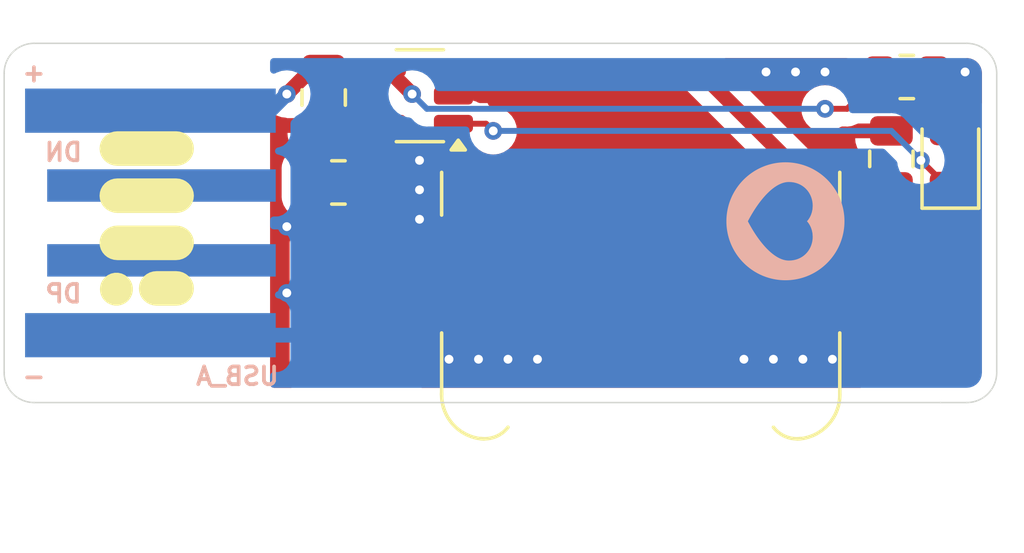
<source format=kicad_pcb>
(kicad_pcb (version 20221018) (generator pcbnew)
  (layers (0 "F.Cu" signal) (31 "B.Cu" signal) (34 "B.Paste" user) (35 "F.Paste" user) (36 "B.SilkS" user "B.Silkscreen") (37 "F.SilkS" user "F.Silkscreen") (38 "B.Mask" user) (39 "F.Mask" user) (44 "Edge.Cuts" user))
  (net 0 "")
  (net 1 "Net-(BT1-+)")
  (net 2 "GNDD")
  (net 3 "Net-(J1-VBUS)")
  (net 4 "Net-(D1-K)")
  (net 5 "Net-(D1-A)")
  (net 8 "Net-(U1-PROG)")
  (footprint "Resistor_SMD:R_0805_2012Metric" (layer "F.Cu") (at 152.273 98.171)
    (fp_text reference "R1" hide)
    (fp_text value "330")
    (fp_line (start -0.227064 -0.735) (end 0.227064 -0.735) (stroke (width 0.12)) (layer "F.SilkS"))
    (fp_line (start -0.227064 0.735) (end 0.227064 0.735) (stroke (width 0.12)) (layer "F.SilkS"))
    (pad "1" smd roundrect (at -0.9125 0) (size 1.025 1.4) (layers "F.Cu" "F.Paste" "F.Mask") (roundrect_rratio 0.243902) (net 3 "Net-(J1-VBUS)"))
    (pad "2" smd roundrect (at 0.9125 0) (size 1.025 1.4) (layers "F.Cu" "F.Paste" "F.Mask") (roundrect_rratio 0.243902) (net 5 "Net-(D1-A)"))
  )
  (footprint "Resistor_SMD:R_0805_2012Metric" (layer "F.Cu") (at 133 101.75 180)
    (fp_text reference "R2" hide)
    (fp_text value "67")
    (fp_line (start -0.227064 -0.735) (end 0.227064 -0.735) (stroke (width 0.12)) (layer "F.SilkS"))
    (fp_line (start -0.227064 0.735) (end 0.227064 0.735) (stroke (width 0.12)) (layer "F.SilkS"))
    (pad "1" smd roundrect (at -0.9125 0 180) (size 1.025 1.4) (layers "F.Cu" "F.Paste" "F.Mask") (roundrect_rratio 0.243902) (net 2 "GNDD"))
    (pad "2" smd roundrect (at 0.9125 0 180) (size 1.025 1.4) (layers "F.Cu" "F.Paste" "F.Mask") (roundrect_rratio 0.243902) (net 8 "Net-(U1-PROG)"))
  )
  (footprint "Capacitor_SMD:C_0805_2012Metric" (layer "F.Cu") (at 132.5 98.867 -90)
    (fp_text reference "C1" hide)
    (fp_text value "C")
    (fp_line (start -0.261252 -0.735) (end 0.261252 -0.735) (stroke (width 0.12)) (layer "F.SilkS"))
    (fp_line (start -0.261252 0.735) (end 0.261252 0.735) (stroke (width 0.12)) (layer "F.SilkS"))
    (pad "1" smd roundrect (at -0.95 0 270) (size 1 1.45) (layers "F.Cu" "F.Paste" "F.Mask") (net 3 "Net-(J1-VBUS)"))
    (pad "2" smd roundrect (at 0.95 0 270) (size 1 1.45) (layers "F.Cu" "F.Paste" "F.Mask") (net 2 "GNDD"))
  )
  (footprint "MY:im_kicad._3mm" (layer "F.Cu") (at 126.5 103 90)
    (fp_text reference "im" hide)
    (fp_text value "G***" hide)
    (fp_poly (pts (xy -2.3727 -1.587064) (xy -2.47979 -1.576915) (xy -2.583664 -1.546395) (xy -2.681106 -1.495401) (xy -2.768901 -1.423826) (xy -2.849129 -1.322397) (xy -2.902614 -1.209106) (xy -2.929357 -1.088716) (xy -2.929357 -0.965988) (xy -2.902614 -0.845685) (xy -2.849129 -0.732571) (xy -2.768901 -0.631407) (xy -2.667701 -0.550913) (xy -2.5545 -0.497251) (xy -2.4341 -0.47042) (xy -2.311299 -0.47042) (xy -2.190899 -0.497251) (xy -2.077699 -0.550913) (xy -1.976499 -0.631407) (xy -1.896271 -0.732571) (xy -1.842785 -0.845685) (xy -1.816043 -0.965988) (xy -1.816043 -1.088716) (xy -1.842785 -1.209106) (xy -1.896271 -1.322397) (xy -1.976499 -1.423826) (xy -2.064294 -1.495401) (xy -2.161735 -1.546395) (xy -2.265609 -1.576915) (xy -2.3727 -1.587064)) (fill solid) (layer "F.SilkS"))
    (fp_poly (pts (xy -2.9327 0.337256) (xy -2.9327 0.996076) (xy -2.920792 1.117655) (xy -2.886634 1.230955) (xy -2.832576 1.333532) (xy -2.760967 1.422941) (xy -2.674159 1.496737) (xy -2.574501 1.552476) (xy -2.464342 1.587711) (xy -2.346033 1.6) (xy -2.227724 1.587711) (xy -2.117565 1.552476) (xy -2.017907 1.496737) (xy -1.931099 1.422941) (xy -1.859491 1.333532) (xy -1.805433 1.230955) (xy -1.771275 1.117655) (xy -1.759366 0.996076) (xy -1.759366 0.337256) (xy -1.771275 0.215677) (xy -1.805433 0.102377) (xy -1.859491 -0.0002) (xy -1.931099 -0.089609) (xy -2.017907 -0.163405) (xy -2.117565 -0.219143) (xy -2.227724 -0.254379) (xy -2.346033 -0.266667) (xy -2.464342 -0.254379) (xy -2.574501 -0.219143) (xy -2.674159 -0.163405) (xy -2.760967 -0.089609) (xy -2.832576 -0.0002) (xy -2.886634 0.102377) (xy -2.920792 0.215677) (xy -2.9327 0.337256)) (fill solid) (layer "F.SilkS"))
    (fp_poly (pts (xy -1.386033 -0.993699) (xy -1.386033 0.993696) (xy -1.374102 1.115871) (xy -1.339891 1.229673) (xy -1.285776 1.332661) (xy -1.214131 1.422396) (xy -1.127329 1.496438) (xy -1.027747 1.552346) (xy -0.917759 1.58768) (xy -0.799738 1.6) (xy -0.681473 1.58768) (xy -0.5713 1.552346) (xy -0.471585 1.496438) (xy -0.384696 1.422396) (xy -0.312997 1.332661) (xy -0.258854 1.229673) (xy -0.224633 1.115871) (xy -0.2127 0.993696) (xy -0.2127 -0.993699) (xy -0.224633 -1.115872) (xy -0.258854 -1.229673) (xy -0.312997 -1.332661) (xy -0.384696 -1.422396) (xy -0.471585 -1.496437) (xy -0.5713 -1.552345) (xy -0.681473 -1.58768) (xy -0.799738 -1.6) (xy -0.917759 -1.58768) (xy -1.027747 -1.552345) (xy -1.127329 -1.496437) (xy -1.214131 -1.422396) (xy -1.285776 -1.332661) (xy -1.339891 -1.229673) (xy -1.374102 -1.115872) (xy -1.386033 -0.993699)) (fill solid) (layer "F.SilkS"))
    (fp_poly (pts (xy 0.213967 -0.993699) (xy 0.213967 0.993696) (xy 0.225898 1.115871) (xy 0.260108 1.229673) (xy 0.314224 1.332661) (xy 0.385869 1.422396) (xy 0.47267 1.496438) (xy 0.572252 1.552346) (xy 0.68224 1.58768) (xy 0.800261 1.6) (xy 0.918527 1.58768) (xy 1.0287 1.552346) (xy 1.128414 1.496438) (xy 1.215304 1.422396) (xy 1.287003 1.332661) (xy 1.341146 1.229673) (xy 1.375367 1.115871) (xy 1.3873 0.993696) (xy 1.3873 -0.993699) (xy 1.375367 -1.115872) (xy 1.341146 -1.229673) (xy 1.287003 -1.332661) (xy 1.215304 -1.422396) (xy 1.128414 -1.496437) (xy 1.0287 -1.552345) (xy 0.918527 -1.58768) (xy 0.800261 -1.6) (xy 0.68224 -1.58768) (xy 0.572252 -1.552345) (xy 0.47267 -1.496437) (xy 0.385869 -1.422396) (xy 0.314224 -1.332661) (xy 0.260108 -1.229673) (xy 0.225898 -1.115872) (xy 0.213967 -0.993699)) (fill solid) (layer "F.SilkS"))
    (fp_poly (pts (xy 1.813967 -0.993699) (xy 1.813967 0.993696) (xy 1.825898 1.115871) (xy 1.860109 1.229673) (xy 1.914224 1.332661) (xy 1.985869 1.422396) (xy 2.07267 1.496438) (xy 2.172252 1.552346) (xy 2.282241 1.58768) (xy 2.400261 1.6) (xy 2.518527 1.58768) (xy 2.6287 1.552346) (xy 2.728414 1.496438) (xy 2.815304 1.422396) (xy 2.887003 1.332661) (xy 2.941146 1.229673) (xy 2.975367 1.115871) (xy 2.9873 0.993696) (xy 2.9873 -0.993699) (xy 2.975367 -1.115872) (xy 2.941146 -1.229673) (xy 2.887003 -1.332661) (xy 2.815304 -1.422396) (xy 2.728414 -1.496437) (xy 2.6287 -1.552345) (xy 2.518527 -1.58768) (xy 2.400261 -1.6) (xy 2.282241 -1.58768) (xy 2.172252 -1.552345) (xy 2.07267 -1.496437) (xy 1.985869 -1.422396) (xy 1.914224 -1.332661) (xy 1.860109 -1.229673) (xy 1.825898 -1.115872) (xy 1.813967 -0.993699)) (fill solid) (layer "F.SilkS"))
  )
  (footprint "Package_TO_SOT_SMD:SOT-23-5" (layer "F.Cu") (at 135.763 98.806 180)
    (fp_text reference "U1" hide)
    (fp_text value "MCP73831-2-OT")
    (fp_line (start 0 -1.56) (end -0.8 -1.56) (stroke (width 0.12)) (layer "F.SilkS"))
    (fp_line (start 0 -1.56) (end 0.8 -1.56) (stroke (width 0.12)) (layer "F.SilkS"))
    (fp_line (start 0 1.56) (end -0.8 1.56) (stroke (width 0.12)) (layer "F.SilkS"))
    (fp_line (start 0 1.56) (end 0.8 1.56) (stroke (width 0.12)) (layer "F.SilkS"))
    (fp_poly (pts (xy -1.3 -1.51) (xy -1.54 -1.84) (xy -1.06 -1.84) (xy -1.3 -1.51)) (stroke (width 0.12)) (fill solid) (layer "F.SilkS"))
    (pad "1" smd roundrect (at -1.1375 -0.95 180) (size 1.325 0.6) (layers "F.Cu" "F.Paste" "F.Mask") (net 4 "Net-(D1-K)"))
    (pad "2" smd roundrect (at -1.1375 0 180) (size 1.325 0.6) (layers "F.Cu" "F.Paste" "F.Mask") (net 2 "GNDD"))
    (pad "3" smd roundrect (at -1.1375 0.95 180) (size 1.325 0.6) (layers "F.Cu" "F.Paste" "F.Mask") (net 1 "Net-(BT1-+)"))
    (pad "4" smd roundrect (at 1.1375 0.95 180) (size 1.325 0.6) (layers "F.Cu" "F.Paste" "F.Mask") (net 3 "Net-(J1-VBUS)"))
    (pad "5" smd roundrect (at 1.1375 -0.95 180) (size 1.325 0.6) (layers "F.Cu" "F.Paste" "F.Mask") (net 8 "Net-(U1-PROG)"))
  )
  (footprint "Capacitor_SMD:C_0805_2012Metric" (layer "F.Cu") (at 151.75 100.95 90)
    (fp_text reference "C2" hide)
    (fp_text value "C")
    (fp_line (start -0.261252 -0.735) (end 0.261252 -0.735) (stroke (width 0.12)) (layer "F.SilkS"))
    (fp_line (start -0.261252 0.735) (end 0.261252 0.735) (stroke (width 0.12)) (layer "F.SilkS"))
    (pad "1" smd roundrect (at -0.95 0 90) (size 1 1.45) (layers "F.Cu" "F.Paste" "F.Mask") (net 1 "Net-(BT1-+)"))
    (pad "2" smd roundrect (at 0.95 0 90) (size 1 1.45) (layers "F.Cu" "F.Paste" "F.Mask") (net 2 "GNDD"))
  )
  (footprint "LED_SMD:LED_0805_2012Metric" (layer "F.Cu") (at 153.75 100.9375 90)
    (fp_text reference "D1" hide)
    (fp_text value "LED")
    (fp_line (start -1.685 -0.96) (end -1.685 0.96) (stroke (width 0.12)) (layer "F.SilkS"))
    (fp_line (start -1.685 0.96) (end 1 0.96) (stroke (width 0.12)) (layer "F.SilkS"))
    (fp_line (start 1 -0.96) (end -1.685 -0.96) (stroke (width 0.12)) (layer "F.SilkS"))
    (pad "1" smd roundrect (at -0.9375 0 90) (size 0.975 1.4) (layers "F.Cu" "F.Paste" "F.Mask") (net 4 "Net-(D1-K)"))
    (pad "2" smd roundrect (at 0.9375 0 90) (size 0.975 1.4) (layers "F.Cu" "F.Paste" "F.Mask") (net 5 "Net-(D1-A)"))
  )
  (footprint "MY:BatteryHolder_1x16mm" (layer "F.Cu") (at 143.25 106)
    (fp_text reference "BT1" hide)
    (fp_text value "Battery_Cell")
    (fp_line (start -6.75 -3.143) (end -6.75 -4.593) (stroke (width 0.12)) (layer "F.SilkS"))
    (fp_line (start -6.75 0.857) (end -6.75 2.957) (stroke (width 0.12)) (layer "F.SilkS"))
    (fp_line (start 6.75 -4.593) (end 6.75 -3.143) (stroke (width 0.12)) (layer "F.SilkS"))
    (fp_line (start 6.75 0.857) (end 6.75 2.957) (stroke (width 0.12)) (layer "F.SilkS"))
    (fp_arc (start -5.3 4.457) (mid -6.346016 3.982305) (end -6.75 2.907) (stroke (width 0.12)) (layer "F.SilkS"))
    (fp_arc (start -4.5 4.057) (mid -4.90584 4.371615) (end -5.414615 4.44116) (stroke (width 0.12)) (layer "F.SilkS"))
    (fp_arc (start 5.414615 4.44116) (mid 4.90584 4.371615) (end 4.5 4.057) (stroke (width 0.12)) (layer "F.SilkS"))
    (fp_arc (start 6.75 2.907) (mid 6.346016 3.982305) (end 5.3 4.457) (stroke (width 0.12)) (layer "F.SilkS"))
    (pad "1" smd rect (at -9.638 0) (size 3.528 4.318) (layers "F.Cu" "F.Paste" "F.Mask") (net 1 "Net-(BT1-+)"))
    (pad "1" smd rect (at 9.652 0) (size 3.5 4.318) (layers "F.Cu" "F.Paste" "F.Mask") (net 1 "Net-(BT1-+)"))
    (pad "2" smd circle (at 0 -1.143) (size 6.025316 6.025316) (layers "F.Cu" "F.Mask") (net 2 "GNDD"))
  )
  (footprint "MY:heart_2.5_inverted" (layer "B.Cu") (at 148.1 103.1 90)
    (fp_text reference "svg2mod" hide)
    (fp_text value "G***" hide)
    (fp_poly (pts (xy -0.492934 0.982346) (xy 0.032374 2.05942) (xy -0.05119 2.05771) (xy -0.133881 2.05262) (xy -0.215635 2.044217) (xy -0.296382 2.032567) (xy -0.376057 2.017737) (xy -0.454592 1.999795) (xy -0.531921 1.978807) (xy -0.607977 1.95484) (xy -0.682692 1.927961) (xy -0.756 1.898237) (xy -0.827835 1.865735) (xy -0.898129 1.830521) (xy -0.966814 1.792663) (xy -1.033826 1.752227) (xy -1.099096 1.70928) (xy -1.162557 1.66389) (xy -1.224143 1.616123) (xy -1.283787 1.566046) (xy -1.341422 1.513725) (xy -1.396981 1.459229) (xy -1.450397 1.402623) (xy -1.502993 1.342318) (xy -1.553182 1.279928) (xy -1.600892 1.215526) (xy -1.64605 1.149184) (xy -1.688583 1.080975) (xy -1.728419 1.010972) (xy -1.765485 0.939247) (xy -1.799709 0.865873) (xy -1.831018 0.790923) (xy -1.859339 0.714468) (xy -1.8846 0.636583) (xy -1.906728 0.557338) (xy -1.925651 0.476808) (xy -1.941295 0.395064) (xy -1.953589 0.312179) (xy -1.962459 0.228227) (xy -1.967834 0.143278) (xy -1.96964 0.057406) (xy -1.967865 -0.027725) (xy -1.962582 -0.11195) (xy -1.953863 -0.195198) (xy -1.941777 -0.277399) (xy -1.926397 -0.35848) (xy -1.907791 -0.438372) (xy -1.886031 -0.517004) (xy -1.861189 -0.594305) (xy -1.833334 -0.670204) (xy -1.802537 -0.744631) (xy -1.768869 -0.817514) (xy -1.732401 -0.888784) (xy -1.693204 -0.958369) (xy -1.651348 -1.026199) (xy -1.606904 -1.092203) (xy -1.559943 -1.156309) (xy -1.510535 -1.218448) (xy -1.458752 -1.278549) (xy -1.404663 -1.336541) (xy -1.348341 -1.392352) (xy -1.29058 -1.445275) (xy -1.230776 -1.495933) (xy -1.168998 -1.544259) (xy -1.105313 -1.590184) (xy -1.03979 -1.63364) (xy -0.972496 -1.674559) (xy -0.903501 -1.712873) (xy -0.832872 -1.748513) (xy -0.760677 -1.781412) (xy -0.686985 -1.811501) (xy -0.611864 -1.838712) (xy -0.535381 -1.862976) (xy -0.457606 -1.884227) (xy -0.378607 -1.902394) (xy -0.29845 -1.917411) (xy -0.217206 -1.929209) (xy -0.134942 -1.93772) (xy -0.051726 -1.942875) (xy 0.032374 -1.944607) (xy 0.116351 -1.942881) (xy 0.199447 -1.93774) (xy 0.281594 -1.929254) (xy 0.362725 -1.91749) (xy 0.442771 -1.902516) (xy 0.521664 -1.8844) (xy 0.599337 -1.86321) (xy 0.675721 -1.839014) (xy 0.75075 -1.811879) (xy 0.824354 -1.781874) (xy 0.896466 -1.749066) (xy 0.967018 -1.713524) (xy 1.035943 -1.675315) (xy 1.103172 -1.634507) (xy 1.168637 -1.591168) (xy 1.232271 -1.545366) (xy 1.294006 -1.497168) (xy 1.353774 -1.446643) (xy 1.411506 -1.393859) (xy 1.467135 -1.338884) (xy 1.520594 -1.281784) (xy 1.57266 -1.221611) (xy 1.622339 -1.159384) (xy 1.669561 -1.095174) (xy 1.714254 -1.029052) (xy 1.756345 -0.961089) (xy 1.795765 -0.891358) (xy 1.832441 -0.819929) (xy 1.866302 -0.746874) (xy 1.897277 -0.672264) (xy 1.925294 -0.596171) (xy 1.950282 -0.518666) (xy 1.97217 -0.439821) (xy 1.990886 -0.359706) (xy 2.006358 -0.278393) (xy 2.018516 -0.195955) (xy 2.027288 -0.112461) (xy 2.032603 -0.027983) (xy 2.034388 0.057406) (xy 2.032692 0.140648) (xy 2.027641 0.223024) (xy 2.019301 0.304469) (xy 2.00774 0.384917) (xy 1.993023 0.464302) (xy 1.975216 0.542558) (xy 1.954385 0.619618) (xy 1.930596 0.695416) (xy 1.903916 0.769887) (xy 1.874411 0.842963) (xy 1.842146 0.91458) (xy 1.807188 0.984671) (xy 1.769603 1.05317) (xy 1.729457 1.12001) (xy 1.686816 1.185126) (xy 1.641746 1.248451) (xy 1.594314 1.30992) (xy 1.544585 1.369466) (xy 1.492626 1.427023) (xy 1.438503 1.482526) (xy 1.38031 1.537704) (xy 1.319947 1.590541) (xy 1.257484 1.640961) (xy 1.192996 1.688892) (xy 1.126556 1.734261) (xy 1.058236 1.776995) (xy 0.988111 1.81702) (xy 0.916252 1.854264) (xy 0.842734 1.888652) (xy 0.76763 1.920113) (xy 0.691012 1.948572) (xy 0.612955 1.973957) (xy 0.53353 1.996194) (xy 0.452812 2.01521) (xy 0.370873 2.030933) (xy 0.287786 2.043288) (xy 0.203626 2.052204) (xy 0.118464 2.057605) (xy 0.032374 2.05942) (xy -0.492934 0.982346) (xy -0.373102 0.973938) (xy -0.267941 0.95177) (xy -0.177855 0.920431) (xy -0.103246 0.884505) (xy -0.044516 0.848579) (xy -0.002067 0.817239) (xy 0.023697 0.795072) (xy 0.032374 0.786664) (xy 0.041028 0.795072) (xy 0.06673 0.817239) (xy 0.10909 0.848579) (xy 0.167719 0.884505) (xy 0.242227 0.920431) (xy 0.332225 0.95177) (xy 0.437323 0.973938) (xy 0.557131 0.982346) (xy 0.632528 0.979033) (xy 0.706421 0.969325) (xy 0.778416 0.953393) (xy 0.848117 0.931407) (xy 0.915129 0.90354) (xy 0.979058 0.869962) (xy 1.039508 0.830844) (xy 1.096084 0.786357) (xy 1.148391 0.736673) (xy 1.196035 0.681962) (xy 1.238619 0.622396) (xy 1.275749 0.558145) (xy 1.307031 0.48938) (xy 1.332068 0.416274) (xy 1.350466 0.338996) (xy 1.361829 0.257718) (xy 1.365764 0.17261) (xy 1.362681 0.111222) (xy 1.353477 0.049724) (xy 1.338405 -0.011805) (xy 1.317717 -0.073288) (xy 1.291665 -0.134648) (xy 1.260501 -0.195806) (xy 1.224476 -0.256686) (xy 1.183844 -0.317209) (xy 1.138857 -0.377299) (xy 1.089765 -0.436877) (xy 1.036822 -0.495867) (xy 0.98028 -0.554189) (xy 0.92039 -0.611768) (xy 0.857405 -0.668526) (xy 0.791576 -0.724384) (xy 0.723157 -0.779265) (xy 0.652398 -0.833093) (xy 0.579553 -0.885788) (xy 0.504872 -0.937274) (xy 0.428609 -0.987474) (xy 0.351015 -1.036309) (xy 0.272343 -1.083701) (xy 0.192844 -1.129575) (xy 0.11277 -1.173851) (xy 0.032374 -1.216452) (xy -0.048021 -1.173851) (xy -0.128095 -1.129575) (xy -0.207594 -1.083701) (xy -0.286267 -1.036309) (xy -0.363861 -0.987474) (xy -0.440125 -0.937274) (xy -0.514806 -0.885788) (xy -0.587652 -0.833093) (xy -0.658411 -0.779265) (xy -0.726831 -0.724384) (xy -0.792659 -0.668526) (xy -0.855645 -0.611768) (xy -0.915535 -0.554189) (xy -0.972078 -0.495867) (xy -1.025021 -0.436877) (xy -1.074113 -0.377299) (xy -1.1191 -0.317209) (xy -1.159732 -0.256686) (xy -1.195756 -0.195806) (xy -1.22692 -0.134648) (xy -1.252972 -0.073288) (xy -1.27366 -0.011805) (xy -1.288731 0.049724) (xy -1.297933 0.111222) (xy -1.301015 0.17261) (xy -1.297086 0.257718) (xy -1.285738 0.338996) (xy -1.267365 0.416274) (xy -1.242359 0.48938) (xy -1.211116 0.558145) (xy -1.174028 0.622395) (xy -1.131489 0.681962) (xy -1.083894 0.736673) (xy -1.031635 0.786357) (xy -0.975107 0.830844) (xy -0.914703 0.869962) (xy -0.850817 0.90354) (xy -0.783842 0.931407) (xy -0.714173 0.953392) (xy -0.642203 0.969325) (xy -0.568325 0.979033) (xy -0.492934 0.982346)) (fill solid) (layer "B.SilkS"))
  )
  (footprint "MY:USB_A_SMT_MALE_PCB" (layer "B.Cu") (at 121.775 103.124)
    (fp_text reference "J1" hide)
    (fp_text value "USB_A" (at 7.8 5.2) (layer "B.SilkS") (effects (font (size 0.6 0.6) (thickness 0.127)) (justify mirror)))
    (fp_text user "DN" (at 1.9 -2.4) (layer "B.SilkS") (effects (font (size 0.6 0.6) (thickness 0.127)) (justify mirror)))
    (fp_text user "DP" (at 1.9 2.4) (layer "B.SilkS") (effects (font (size 0.6 0.6) (thickness 0.127)) (justify mirror)))
    (fp_text user "+" (at 0.9 -5.1) (layer "B.SilkS") (effects (font (size 0.6 0.6) (thickness 0.127)) (justify mirror)))
    (fp_text user "-" (at 0.9 5.2) (layer "B.SilkS") (effects (font (size 0.6 0.6) (thickness 0.127)) (justify mirror)))
    (pad "1" smd rect (at 4.85 -3.81) (size 8.5 1.5) (layers "B.Cu" "B.Mask") (net 3 "Net-(J1-VBUS)"))
    (pad "2" smd rect (at 5.225 -1.27) (size 7.75 1.1) (layers "B.Cu" "B.Mask"))
    (pad "3" smd rect (at 5.225 1.27) (size 7.75 1.1) (layers "B.Cu" "B.Mask"))
    (pad "4" smd rect (at 4.85 3.81) (size 8.5 1.5) (layers "B.Cu" "B.Mask") (net 2 "GNDD"))
  )
  (gr_line (start 122.682 97.028) (end 154.305 97.028) (stroke (width 0.05)) (layer "Edge.Cuts"))
  (gr_line (start 155.321 107.569) (end 155.321 108.204) (stroke (width 0.05)) (layer "Edge.Cuts"))
  (gr_line (start 153.416 109.22) (end 154.305 109.22) (stroke (width 0.05)) (layer "Edge.Cuts"))
  (gr_arc (start 155.321 108.204) (mid 155.02342 108.92242) (end 154.305 109.22) (stroke (width 0.05)) (layer "Edge.Cuts"))
  (gr_arc (start 121.666 98.044) (mid 121.96358 97.32558) (end 122.682 97.028) (stroke (width 0.05)) (layer "Edge.Cuts"))
  (gr_arc (start 122.682 109.22) (mid 121.96358 108.92242) (end 121.666 108.204) (stroke (width 0.05)) (layer "Edge.Cuts"))
  (gr_line (start 155.321 98.044) (end 155.321 107.569) (stroke (width 0.05)) (layer "Edge.Cuts"))
  (gr_arc (start 154.305 97.028) (mid 155.02342 97.32558) (end 155.321 98.044) (stroke (width 0.05)) (layer "Edge.Cuts"))
  (gr_line (start 121.666 108.204) (end 121.666 98.044) (stroke (width 0.05)) (layer "Edge.Cuts"))
  (gr_line (start 122.682 109.22) (end 153.416 109.22) (stroke (width 0.05)) (layer "Edge.Cuts"))
  (segment (start 153.67 107.4185) (end 153.8205 107.569) (width 0.2) (layer "F.Cu") (net 1))
  (segment (start 151.75 104.848) (end 152.902 106) (width 0.5) (layer "F.Cu") (net 1))
  (segment (start 149.15 101.9) (end 151.75 101.9) (width 0.5) (layer "F.Cu") (net 1))
  (segment (start 136.9005 97.856) (end 145.106 97.856) (width 0.5) (layer "F.Cu") (net 1))
  (segment (start 145.106 97.856) (end 149.15 101.9) (width 0.5) (layer "F.Cu") (net 1))
  (segment (start 151.75 101.9) (end 151.75 104.848) (width 0.5) (layer "F.Cu") (net 1))
  (via (at 139.75 107.75) (size 0.6) (drill 0.3) (layers "F.Cu" "B.Cu") (net 2))
  (via (at 146.75 107.75) (size 0.6) (drill 0.3) (layers "F.Cu" "B.Cu") (net 2))
  (via (at 147.5 98) (size 0.6) (drill 0.3) (layers "F.Cu" "B.Cu") (net 2))
  (via (at 148.75 107.75) (size 0.6) (drill 0.3) (layers "F.Cu" "B.Cu") (net 2))
  (via (at 131.25 105.5) (size 0.6) (drill 0.3) (layers "F.Cu" "B.Cu") (net 2))
  (via (at 135.75 103) (size 0.6) (drill 0.3) (layers "F.Cu" "B.Cu") (net 2))
  (via (at 154.25 98) (size 0.6) (drill 0.3) (layers "F.Cu" "B.Cu") (net 2))
  (via (at 137.75 107.75) (size 0.6) (drill 0.3) (layers "F.Cu" "B.Cu") (net 2))
  (via (at 149.75 107.75) (size 0.6) (drill 0.3) (layers "F.Cu" "B.Cu") (net 2))
  (via (at 148.5 98) (size 0.6) (drill 0.3) (layers "F.Cu" "B.Cu") (net 2))
  (via (at 138.75 107.75) (size 0.6) (drill 0.3) (layers "F.Cu" "B.Cu") (net 2))
  (via (at 135.75 101) (size 0.6) (drill 0.3) (layers "F.Cu" "B.Cu") (net 2))
  (via (at 136.75 107.75) (size 0.6) (drill 0.3) (layers "F.Cu" "B.Cu") (net 2))
  (via (at 149.5 98) (size 0.6) (drill 0.3) (layers "F.Cu" "B.Cu") (net 2))
  (via (at 131.25 103.25) (size 0.6) (drill 0.3) (layers "F.Cu" "B.Cu") (net 2))
  (via (at 135.75 102) (size 0.6) (drill 0.3) (layers "F.Cu" "B.Cu") (net 2))
  (via (at 147.75 107.75) (size 0.6) (drill 0.3) (layers "F.Cu" "B.Cu") (net 2))
  (segment (start 134.6255 97.8755) (end 135.5 98.75) (width 0.5) (layer "F.Cu") (net 3))
  (segment (start 150.25 99.25) (end 149.5 99.25) (width 0.2) (layer "F.Cu") (net 3))
  (segment (start 151.3605 98.171) (end 151.329 98.171) (width 0.2) (layer "F.Cu") (net 3))
  (segment (start 132.5 97.917) (end 134.5645 97.917) (width 0.5) (layer "F.Cu") (net 3))
  (segment (start 132.083 97.917) (end 131.25 98.75) (width 0.5) (layer "F.Cu") (net 3))
  (segment (start 134.6255 97.856) (end 134.6255 97.8755) (width 0.2) (layer "F.Cu") (net 3))
  (segment (start 132.5 97.917) (end 132.083 97.917) (width 0.5) (layer "F.Cu") (net 3))
  (segment (start 151.329 98.171) (end 150.25 99.25) (width 0.2) (layer "F.Cu") (net 3))
  (segment (start 134.5645 97.917) (end 134.6255 97.856) (width 0.2) (layer "F.Cu") (net 3))
  (via (at 149.5 99.25) (size 0.6) (drill 0.3) (layers "F.Cu" "B.Cu") (net 3))
  (via (at 131.25 98.75) (size 0.6) (drill 0.3) (layers "F.Cu" "B.Cu") (net 3))
  (via (at 135.5 98.75) (size 0.6) (drill 0.3) (layers "F.Cu" "B.Cu") (net 3))
  (segment (start 127.189 98.75) (end 126.625 99.314) (width 0.2) (layer "B.Cu") (net 3))
  (segment (start 126.625 99.314) (end 130.686 99.314) (width 0.5) (layer "B.Cu") (net 3))
  (segment (start 135.5 98.75) (end 136 99.25) (width 0.2) (layer "B.Cu") (net 3))
  (segment (start 136 99.25) (end 149.5 99.25) (width 0.2) (layer "B.Cu") (net 3))
  (segment (start 130.686 99.314) (end 131.25 98.75) (width 0.5) (layer "B.Cu") (net 3))
  (segment (start 136.9945 99.85) (end 136.9005 99.756) (width 0.2) (layer "F.Cu") (net 4))
  (segment (start 153.75 101.875) (end 153.625 101.875) (width 0.2) (layer "F.Cu") (net 4))
  (segment (start 153.543 102.2835) (end 153.5335 102.2835) (width 0.2) (layer "F.Cu") (net 4))
  (segment (start 153.625 101.875) (end 152.75 101) (width 0.2) (layer "F.Cu") (net 4))
  (segment (start 136.9005 99.756) (end 138.006 99.756) (width 0.2) (layer "F.Cu") (net 4))
  (segment (start 138.006 99.756) (end 138.25 100) (width 0.2) (layer "F.Cu") (net 4))
  (via (at 138.25 100) (size 0.6) (drill 0.3) (layers "F.Cu" "B.Cu") (net 4))
  (via (at 152.75 101) (size 0.6) (drill 0.3) (layers "F.Cu" "B.Cu") (net 4))
  (segment (start 152.75 101) (end 151.75 100) (width 0.2) (layer "B.Cu") (net 4))
  (segment (start 151.75 100) (end 138.15 100) (width 0.2) (layer "B.Cu") (net 4))
  (segment (start 153.75 100) (end 153.75 98.7355) (width 0.2) (layer "F.Cu") (net 5))
  (segment (start 153.75 98.7355) (end 153.1855 98.171) (width 0.2) (layer "F.Cu") (net 5))
  (segment (start 132.0875 101.75) (end 132.25 101.75) (width 0.2) (layer "F.Cu") (net 8))
  (segment (start 133.8815 100.5) (end 134.6255 99.756) (width 0.2) (layer "F.Cu") (net 8))
  (segment (start 132.25 101.75) (end 133.5 100.5) (width 0.2) (layer "F.Cu") (net 8))
  (segment (start 133.5 100.5) (end 133.8815 100.5) (width 0.2) (layer "F.Cu") (net 8))
  (zone (net 2) (net_name "GNDD") (layer "F.Cu") (connect_pads (clearance 0.5)) (min_thickness 0.25) (fill yes (thermal_gap 0.5) (thermal_bridge_width 0.5))
    (polygon (pts (xy 130.683 96.393) (xy 156.21 96.393) (xy 156.21 109.474) (xy 130.683 109.347)))
  )
  (zone (net 2) (net_name "GNDD") (layer "B.Cu") (priority 1) (connect_pads (clearance 0.5)) (min_thickness 0.25) (fill yes (thermal_gap 0.5) (thermal_bridge_width 0.5))
    (polygon (pts (xy 130.683 96.393) (xy 130.683 109.982) (xy 155.956 109.982) (xy 155.956 96.393)))
  )
)
</source>
